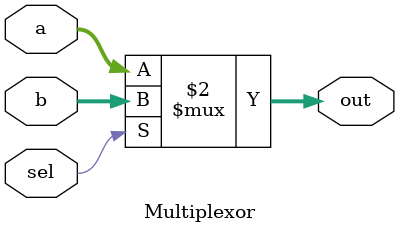
<source format=v>
module Multiplexor (
    input [31:0] a,    // Entrada 0
    input [31:0] b,    // Entrada 1
    input sel,         // Selector
    output [31:0] out  // Salida seleccionada
);
    assign out = (sel == 1'b1) ? b : a;
endmodule

</source>
